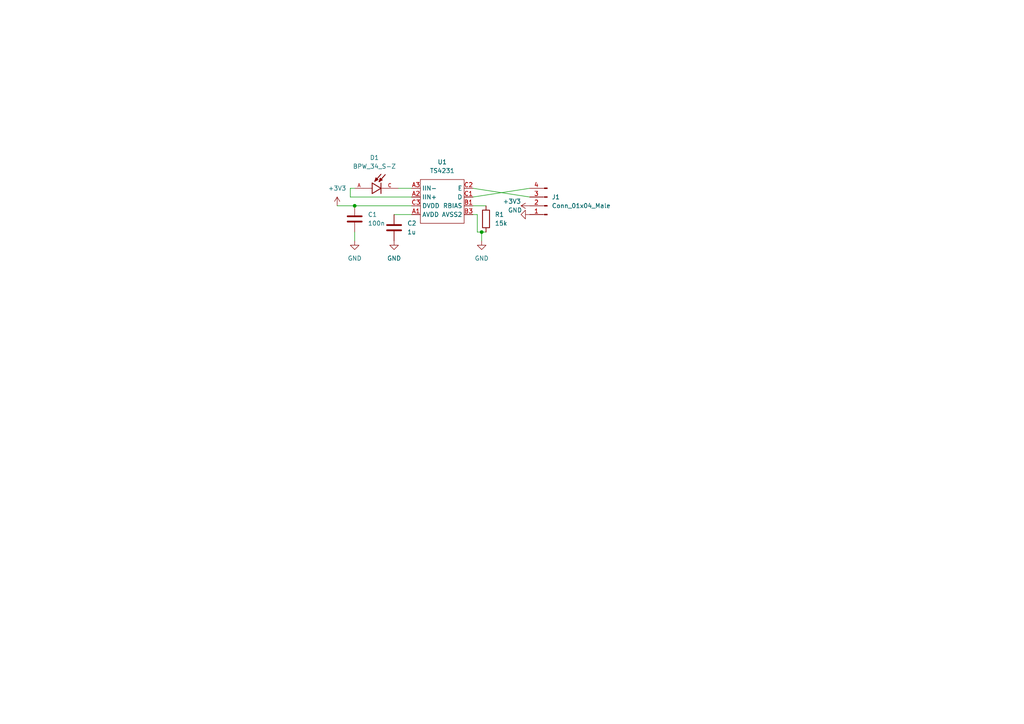
<source format=kicad_sch>
(kicad_sch (version 20211123) (generator eeschema)
  (paper "A4")
  (lib_symbols
    (symbol "BPW34:BPW_34_S-Z" (pin_names (offset 1.016) hide)
      (property "Reference" "D" (at -3.0988 4.4958 0))
      (property "Value" "BPW_34_S-Z" (at -3.556 -3.302 0))
      (symbol "BPW_34_S-Z_0_0"
        (polyline (pts (xy -2.54 -1.524) (xy 0 0)) (stroke (width 0.254)))
        (polyline (pts (xy -2.54 0) (xy -5.08 0)) (stroke (width 0.1524)))
        (polyline (pts (xy -2.54 0) (xy -2.54 -1.524)) (stroke (width 0.254)))
        (polyline (pts (xy -2.54 1.524) (xy -2.54 0)) (stroke (width 0.254)))
        (polyline (pts (xy -1.778 2.032) (xy -1.4478 2.9972)) (stroke (width 0.254)))
        (polyline (pts (xy -1.778 2.032) (xy 0 4.064)) (stroke (width 0.254)))
        (polyline (pts (xy -1.4732 2.2606) (xy -1.3462 2.2606)) (stroke (width 0.254)))
        (polyline (pts (xy -1.4478 2.9972) (xy -1.4732 2.2606)) (stroke (width 0.254)))
        (polyline (pts (xy -1.4478 2.9972) (xy -0.889 2.5146)) (stroke (width 0.254)))
        (polyline (pts (xy -1.0668 2.5908) (xy -1.2954 2.4384)) (stroke (width 0.254)))
        (polyline (pts (xy -0.889 2.5146) (xy -1.778 2.032)) (stroke (width 0.254)))
        (polyline (pts (xy -0.5334 1.9304) (xy -0.2032 2.8956)) (stroke (width 0.254)))
        (polyline (pts (xy -0.5334 1.9304) (xy 1.2446 3.9624)) (stroke (width 0.254)))
        (polyline (pts (xy -0.2286 2.159) (xy -0.1016 2.159)) (stroke (width 0.254)))
        (polyline (pts (xy -0.2032 2.8956) (xy -0.2286 2.159)) (stroke (width 0.254)))
        (polyline (pts (xy -0.2032 2.8956) (xy 0.3556 2.413)) (stroke (width 0.254)))
        (polyline (pts (xy 0 0) (xy -2.54 1.524)) (stroke (width 0.254)))
        (polyline (pts (xy 0 1.524) (xy 0 -1.524)) (stroke (width 0.254)))
        (polyline (pts (xy 0.1778 2.4892) (xy -0.0508 2.3368)) (stroke (width 0.254)))
        (polyline (pts (xy 0.3556 2.413) (xy -0.5334 1.9304)) (stroke (width 0.254)))
        (pin passive line (at -7.62 0 0) (length 2.54) (name "~") (number "A"))
        (pin passive line (at 5.08 0 180) (length 5.08) (name "~") (number "C"))
      )
    )
    (symbol "Connector:Conn_01x04_Male" (pin_names (offset 1.016) hide)
      (property "Reference" "J" (at 0 5.08 0))
      (property "Value" "Conn_01x04_Male" (at 0 -7.62 0))
      (symbol "Conn_01x04_Male_1_1"
        (polyline (pts (xy 1.27 -5.08) (xy 0.8636 -5.08)) (stroke (width 0.1524)))
        (polyline (pts (xy 1.27 -2.54) (xy 0.8636 -2.54)) (stroke (width 0.1524)))
        (polyline (pts (xy 1.27 0) (xy 0.8636 0)) (stroke (width 0.1524)))
        (polyline (pts (xy 1.27 2.54) (xy 0.8636 2.54)) (stroke (width 0.1524)))
        (rectangle (start 0.8636 -4.953) (end 0 -5.207) (stroke (width 0.1524)) (fill (type outline)))
        (rectangle (start 0.8636 -2.413) (end 0 -2.667) (stroke (width 0.1524)) (fill (type outline)))
        (rectangle (start 0.8636 0.127) (end 0 -0.127) (stroke (width 0.1524)) (fill (type outline)))
        (rectangle (start 0.8636 2.667) (end 0 2.413) (stroke (width 0.1524)) (fill (type outline)))
        (pin passive line (at 5.08 2.54 180) (length 3.81) (name "Pin_1") (number "1"))
        (pin passive line (at 5.08 0 180) (length 3.81) (name "Pin_2") (number "2"))
        (pin passive line (at 5.08 -2.54 180) (length 3.81) (name "Pin_3") (number "3"))
        (pin passive line (at 5.08 -5.08 180) (length 3.81) (name "Pin_4") (number "4"))
      )
    )
    (symbol "Custom:TS4231"
      (property "Reference" "U" (at 0 7.62 0))
      (property "Value" "TS4231" (at 0 -7.62 0))
      (symbol "TS4231_0_1"
        (rectangle (start -6.35 6.35) (end 6.35 -6.35))
      )
      (symbol "TS4231_1_1"
        (pin power_in line (at -8.89 -3.81 0) (length 2.54) (name "AVDD") (number "A1"))
        (pin input line (at -8.89 1.27 0) (length 2.54) (name "IIN+") (number "A2"))
        (pin input line (at -8.89 3.81 0) (length 2.54) (name "IIN-") (number "A3"))
        (pin power_in line (at 8.89 -1.27 180) (length 2.54) (name "RBIAS") (number "B1"))
        (pin power_in line (at 8.89 -3.81 180) (length 2.54) hide (name "AVSS1") (number "B2"))
        (pin power_in line (at 8.89 -3.81 180) (length 2.54) (name "AVSS2") (number "B3"))
        (pin bidirectional line (at 8.89 1.27 180) (length 2.54) (name "D") (number "C1"))
        (pin bidirectional line (at 8.89 3.81 180) (length 2.54) (name "E") (number "C2"))
        (pin power_in line (at -8.89 -1.27 0) (length 2.54) (name "DVDD") (number "C3"))
      )
    )
    (symbol "Device:C" (pin_numbers hide) (pin_names (offset 0.254))
      (property "Reference" "C" (at 0.635 2.54 0))
      (property "Value" "C" (at 0.635 -2.54 0))
      (symbol "C_0_1"
        (polyline (pts (xy -2.032 -0.762) (xy 2.032 -0.762)) (stroke (width 0.508)))
        (polyline (pts (xy -2.032 0.762) (xy 2.032 0.762)) (stroke (width 0.508)))
      )
      (symbol "C_1_1"
        (pin passive line (at 0 3.81 270) (length 2.794) (name "~") (number "1"))
        (pin passive line (at 0 -3.81 90) (length 2.794) (name "~") (number "2"))
      )
    )
    (symbol "Device:R" (pin_numbers hide) (pin_names (offset 0))
      (property "Reference" "R" (at 2.032 0 90))
      (property "Value" "R" (at 0 0 90))
      (symbol "R_0_1"
        (rectangle (start -1.016 -2.54) (end 1.016 2.54) (stroke (width 0.254)))
      )
      (symbol "R_1_1"
        (pin passive line (at 0 3.81 270) (length 1.27) (name "~") (number "1"))
        (pin passive line (at 0 -3.81 90) (length 1.27) (name "~") (number "2"))
      )
    )
    (symbol "power:+3V3" (power) (pin_names (offset 0))
      (property "Value" "+3V3" (at 0 3.556 0))
      (symbol "+3V3_0_1"
        (polyline (pts (xy -0.762 1.27) (xy 0 2.54)))
        (polyline (pts (xy 0 0) (xy 0 2.54)))
        (polyline (pts (xy 0 2.54) (xy 0.762 1.27)))
      )
      (symbol "+3V3_1_1"
        (pin power_in line (at 0 0 90) (length 0) hide (name "+3V3") (number "1"))
      )
    )
    (symbol "power:GND" (power) (pin_names (offset 0))
      (property "Value" "GND" (at 0 -3.81 0))
      (symbol "GND_0_1"
        (polyline (pts (xy 0 0) (xy 0 -1.27) (xy 1.27 -1.27) (xy 0 -2.54) (xy -1.27 -1.27) (xy 0 -1.27)))
      )
      (symbol "GND_1_1"
        (pin power_in line (at 0 0 270) (length 0) hide (name "GND") (number "1"))
      )
    )
  )
  (junction (at 139.7 67.31))
  (junction (at 102.87 59.69))
  (wire (pts (xy 102.87 67.31) (xy 102.87 69.85)))
  (wire (pts (xy 137.16 59.69) (xy 140.97 59.69)))
  (wire (pts (xy 139.7 69.85) (xy 139.7 67.31)))
  (wire (pts (xy 137.16 62.23) (xy 138.43 62.23)))
  (wire (pts (xy 115.57 54.61) (xy 119.38 54.61)))
  (wire (pts (xy 119.38 62.23) (xy 114.3 62.23)))
  (wire (pts (xy 97.79 59.69) (xy 102.87 59.69)))
  (wire (pts (xy 102.87 54.61) (xy 101.6 54.61)))
  (wire (pts (xy 137.16 57.15) (xy 153.67 54.61)))
  (wire (pts (xy 101.6 54.61) (xy 101.6 57.15)))
  (wire (pts (xy 138.43 67.31) (xy 139.7 67.31)))
  (wire (pts (xy 153.67 57.15) (xy 137.16 54.61)))
  (wire (pts (xy 139.7 67.31) (xy 140.97 67.31)))
  (wire (pts (xy 102.87 59.69) (xy 119.38 59.69)))
  (wire (pts (xy 138.43 62.23) (xy 138.43 67.31)))
  (wire (pts (xy 101.6 57.15) (xy 119.38 57.15)))
  (symbol (lib_id "Device:C") (at 114.3 66.04 0) (unit 1)
    (property "Reference" "C2" (at 118.11 64.7699 0) (effects (justify left)))
    (property "Value" "1u" (at 118.11 67.3099 0) (effects (justify left)))
    (property "Footprint" "Capacitor_SMD:C_0603_1608Metric_Pad1.08x0.95mm_HandSolder" (effects hide))
  )
  (symbol (lib_id "power:GND") (at 102.87 69.85 0) (unit 1)
    (property "Reference" "#PWR0106" (effects hide))
    (property "Value" "GND" (at 102.87 74.93 0))
  )
  (symbol (lib_id "power:GND") (at 139.7 69.85 0) (unit 1)
    (property "Reference" "#PWR0105" (effects hide))
    (property "Value" "GND" (at 139.7 74.93 0))
  )
  (symbol (lib_id "Device:C") (at 102.87 63.5 0) (unit 1)
    (property "Reference" "C1" (at 106.68 62.2299 0) (effects (justify left)))
    (property "Value" "100n" (at 106.68 64.7699 0) (effects (justify left)))
    (property "Footprint" "Capacitor_SMD:C_0603_1608Metric_Pad1.08x0.95mm_HandSolder" (effects hide))
  )
  (symbol (lib_id "Connector:Conn_01x04_Male") (at 158.75 59.69 180) (unit 1)
    (property "Reference" "J1" (at 160.02 57.1499 0) (effects (justify right)))
    (property "Value" "Conn_01x04_Male" (at 160.02 59.6899 0) (effects (justify right)))
    (property "Footprint" "Connector_PinHeader_2.54mm:PinHeader_1x04_P2.54mm_Horizontal" (effects hide))
  )
  (symbol (lib_id "power:+3V3") (at 153.67 59.69 90) (unit 1)
    (property "Reference" "#PWR0103" (effects hide))
    (property "Value" "+3V3" (at 151.13 58.42 90) (effects (justify left)))
  )
  (symbol (lib_id "power:+3V3") (at 97.79 59.69 0) (unit 1)
    (property "Reference" "#PWR0101" (effects hide))
    (property "Value" "+3V3" (at 97.79 54.61 0))
  )
  (symbol (lib_id "power:GND") (at 114.3 69.85 0) (unit 1)
    (property "Reference" "#PWR0102" (effects hide))
    (property "Value" "GND" (at 114.3 74.93 0))
  )
  (symbol (lib_id "Custom:TS4231") (at 128.27 58.42 0) (unit 1)
    (property "Reference" "U1" (at 128.27 46.99 0))
    (property "Value" "TS4231" (at 128.27 49.53 0))
    (property "Footprint" "Library:TS4231 WLCSP9" (effects hide))
  )
  (symbol (lib_id "power:GND") (at 153.67 62.23 270) (unit 1)
    (property "Reference" "#PWR0104" (effects hide))
    (property "Value" "GND" (at 147.32 60.96 90) (effects (justify left)))
  )
  (symbol (lib_id "BPW34:BPW_34_S-Z") (at 110.49 54.61 0) (unit 1)
    (property "Reference" "D1" (at 108.5977 45.72 0))
    (property "Value" "BPW_34_S-Z" (at 108.5977 48.26 0))
    (property "Footprint" "DIO_BPW_34_S-Z" (effects hide))
    (property "MANUFACTURER" "OSRAM" (effects hide))
    (property "STANDARD" "Manufacturer Recommendations" (effects hide))
    (property "PARTREV" "1.5" (effects hide))
  )
  (symbol (lib_id "Device:R") (at 140.97 63.5 180) (unit 1)
    (property "Reference" "R1" (at 143.51 62.2299 0) (effects (justify right)))
    (property "Value" "15k" (at 143.51 64.7699 0) (effects (justify right)))
    (property "Footprint" "Resistor_SMD:R_0603_1608Metric_Pad0.98x0.95mm_HandSolder" (effects hide))
  )
)
</source>
